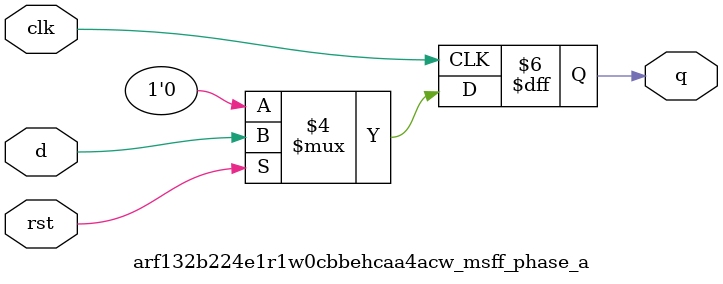
<source format=sv>
`ifndef ARF132B224E1R1W0CBBEHCAA4ACW_MSFF_PHASE_A_SV
`define ARF132B224E1R1W0CBBEHCAA4ACW_MSFF_PHASE_A_SV

module arf132b224e1r1w0cbbehcaa4acw_msff_phase_a #
(
  parameter DWIDTH = 1
)
(
  input  logic [DWIDTH-1:0] d,
  input  logic clk,
  input  logic rst,
  output logic [DWIDTH-1:0] q
);

always_ff @ (posedge clk) begin
  if (~rst) begin
    q <= '0;
  end
  else begin
    q <= d;
  end
end

endmodule // arf132b224e1r1w0cbbehcaa4acw_msff_phase_a

`endif // ARF132B224E1R1W0CBBEHCAA4ACW_MSFF_PHASE_A_SV
</source>
